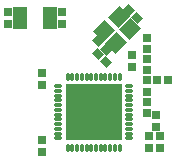
<source format=gts>
%FSLAX24Y24*%
%MOIN*%
G70*
G01*
G75*
G04 Layer_Color=8388736*
%ADD10R,0.0394X0.0709*%
%ADD11R,0.0197X0.0236*%
%ADD12R,0.0197X0.0256*%
%ADD13R,0.0236X0.0197*%
%ADD14R,0.0400X0.0370*%
G04:AMPARAMS|DCode=15|XSize=47.2mil|YSize=43.3mil|CornerRadius=0mil|HoleSize=0mil|Usage=FLASHONLY|Rotation=225.000|XOffset=0mil|YOffset=0mil|HoleType=Round|Shape=Rectangle|*
%AMROTATEDRECTD15*
4,1,4,0.0014,0.0320,0.0320,0.0014,-0.0014,-0.0320,-0.0320,-0.0014,0.0014,0.0320,0.0*
%
%ADD15ROTATEDRECTD15*%

%ADD16O,0.0256X0.0079*%
%ADD17O,0.0079X0.0256*%
%ADD18R,0.1850X0.1850*%
G04:AMPARAMS|DCode=19|XSize=19.7mil|YSize=23.6mil|CornerRadius=0mil|HoleSize=0mil|Usage=FLASHONLY|Rotation=225.000|XOffset=0mil|YOffset=0mil|HoleType=Round|Shape=Rectangle|*
%AMROTATEDRECTD19*
4,1,4,-0.0014,0.0153,0.0153,-0.0014,0.0014,-0.0153,-0.0153,0.0014,-0.0014,0.0153,0.0*
%
%ADD19ROTATEDRECTD19*%

%ADD20C,0.0060*%
%ADD21C,0.0080*%
%ADD22C,0.0370*%
%ADD23C,0.0090*%
%ADD24C,0.0240*%
%ADD25C,0.0260*%
%ADD26C,0.0098*%
%ADD27C,0.0079*%
%ADD28C,0.0050*%
%ADD29R,0.0454X0.0769*%
%ADD30R,0.0257X0.0296*%
%ADD31R,0.0257X0.0316*%
%ADD32R,0.0296X0.0257*%
G04:AMPARAMS|DCode=33|XSize=53.2mil|YSize=49.3mil|CornerRadius=0mil|HoleSize=0mil|Usage=FLASHONLY|Rotation=225.000|XOffset=0mil|YOffset=0mil|HoleType=Round|Shape=Rectangle|*
%AMROTATEDRECTD33*
4,1,4,0.0014,0.0363,0.0363,0.0014,-0.0014,-0.0363,-0.0363,-0.0014,0.0014,0.0363,0.0*
%
%ADD33ROTATEDRECTD33*%

%ADD34O,0.0316X0.0139*%
%ADD35O,0.0139X0.0316*%
%ADD36R,0.1910X0.1910*%
G04:AMPARAMS|DCode=37|XSize=25.7mil|YSize=29.6mil|CornerRadius=0mil|HoleSize=0mil|Usage=FLASHONLY|Rotation=225.000|XOffset=0mil|YOffset=0mil|HoleType=Round|Shape=Rectangle|*
%AMROTATEDRECTD37*
4,1,4,-0.0014,0.0196,0.0196,-0.0014,0.0014,-0.0196,-0.0196,0.0014,-0.0014,0.0196,0.0*
%
%ADD37ROTATEDRECTD37*%

D29*
X-1458Y3140D02*
D03*
X-2442D02*
D03*
D30*
X-2850Y2943D02*
D03*
Y3337D02*
D03*
X-1050Y2943D02*
D03*
Y3337D02*
D03*
X1790Y2487D02*
D03*
Y2093D02*
D03*
Y1067D02*
D03*
Y673D02*
D03*
X2220Y-1197D02*
D03*
Y-803D02*
D03*
X1840D02*
D03*
Y-1197D02*
D03*
X-1720Y-923D02*
D03*
Y-1317D02*
D03*
X1290Y1523D02*
D03*
Y1917D02*
D03*
X-1720Y921D02*
D03*
Y1315D02*
D03*
D31*
X1790Y1767D02*
D03*
Y1393D02*
D03*
X2070Y-103D02*
D03*
Y-477D02*
D03*
X1790Y347D02*
D03*
Y-27D02*
D03*
D32*
X2497Y1090D02*
D03*
X2103D02*
D03*
D33*
X1221Y2782D02*
D03*
X832Y3171D02*
D03*
X748Y2308D02*
D03*
X358Y2698D02*
D03*
D34*
X-1191Y866D02*
D03*
Y709D02*
D03*
Y551D02*
D03*
Y394D02*
D03*
Y236D02*
D03*
Y79D02*
D03*
Y-79D02*
D03*
Y-236D02*
D03*
Y-394D02*
D03*
Y-551D02*
D03*
Y-709D02*
D03*
Y-866D02*
D03*
X1191D02*
D03*
Y-709D02*
D03*
Y-551D02*
D03*
Y-394D02*
D03*
Y-236D02*
D03*
Y-79D02*
D03*
Y79D02*
D03*
Y236D02*
D03*
Y394D02*
D03*
Y551D02*
D03*
Y709D02*
D03*
Y866D02*
D03*
D35*
X-866Y-1191D02*
D03*
X-709D02*
D03*
X-551D02*
D03*
X-394D02*
D03*
X-236D02*
D03*
X-79D02*
D03*
X79D02*
D03*
X236D02*
D03*
X394D02*
D03*
X551D02*
D03*
X709D02*
D03*
X866D02*
D03*
Y1191D02*
D03*
X709D02*
D03*
X551D02*
D03*
X394D02*
D03*
X236D02*
D03*
X79D02*
D03*
X-79D02*
D03*
X-236D02*
D03*
X-394D02*
D03*
X-551D02*
D03*
X-709D02*
D03*
X-866D02*
D03*
D36*
X-0Y0D02*
D03*
D37*
X429Y1661D02*
D03*
X151Y1939D02*
D03*
X409Y2081D02*
D03*
X131Y2359D02*
D03*
X1181Y3409D02*
D03*
X1459Y3131D02*
D03*
M02*

</source>
